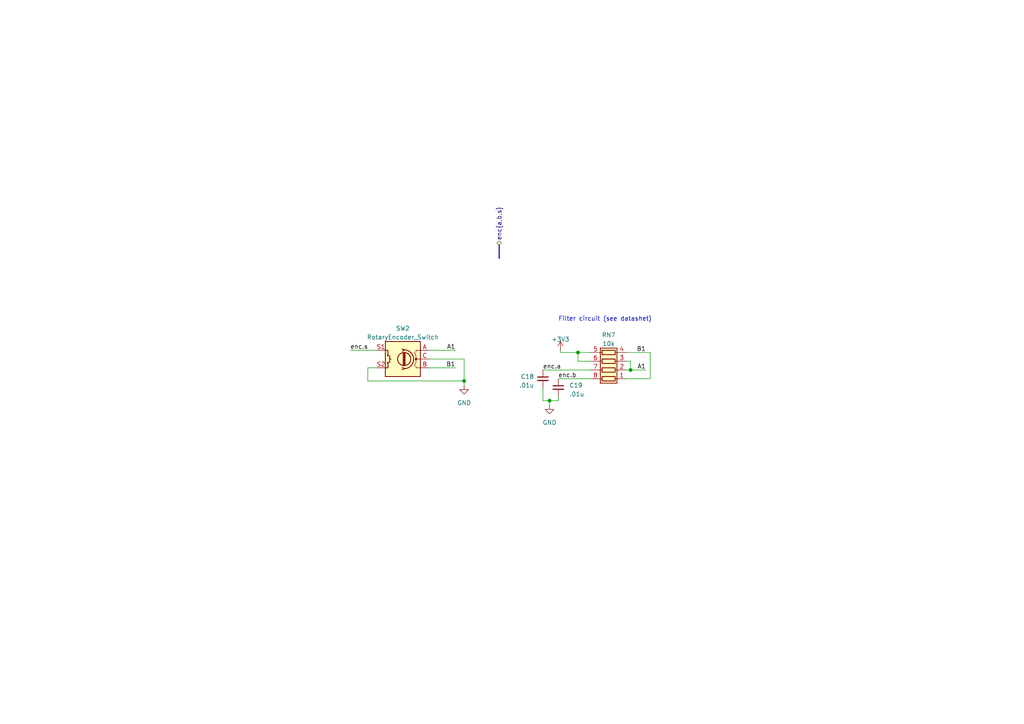
<source format=kicad_sch>
(kicad_sch (version 20230121) (generator eeschema)

  (uuid 77924643-d87a-4122-8d3e-03796909b822)

  (paper "A4")

  (lib_symbols
    (symbol "Device:C_Small" (pin_numbers hide) (pin_names (offset 0.254) hide) (in_bom yes) (on_board yes)
      (property "Reference" "C" (at 0.254 1.778 0)
        (effects (font (size 1.27 1.27)) (justify left))
      )
      (property "Value" "C_Small" (at 0.254 -2.032 0)
        (effects (font (size 1.27 1.27)) (justify left))
      )
      (property "Footprint" "" (at 0 0 0)
        (effects (font (size 1.27 1.27)) hide)
      )
      (property "Datasheet" "~" (at 0 0 0)
        (effects (font (size 1.27 1.27)) hide)
      )
      (property "ki_keywords" "capacitor cap" (at 0 0 0)
        (effects (font (size 1.27 1.27)) hide)
      )
      (property "ki_description" "Unpolarized capacitor, small symbol" (at 0 0 0)
        (effects (font (size 1.27 1.27)) hide)
      )
      (property "ki_fp_filters" "C_*" (at 0 0 0)
        (effects (font (size 1.27 1.27)) hide)
      )
      (symbol "C_Small_0_1"
        (polyline
          (pts
            (xy -1.524 -0.508)
            (xy 1.524 -0.508)
          )
          (stroke (width 0.3302) (type default))
          (fill (type none))
        )
        (polyline
          (pts
            (xy -1.524 0.508)
            (xy 1.524 0.508)
          )
          (stroke (width 0.3048) (type default))
          (fill (type none))
        )
      )
      (symbol "C_Small_1_1"
        (pin passive line (at 0 2.54 270) (length 2.032)
          (name "~" (effects (font (size 1.27 1.27))))
          (number "1" (effects (font (size 1.27 1.27))))
        )
        (pin passive line (at 0 -2.54 90) (length 2.032)
          (name "~" (effects (font (size 1.27 1.27))))
          (number "2" (effects (font (size 1.27 1.27))))
        )
      )
    )
    (symbol "Device:R_Pack04" (pin_names (offset 0) hide) (in_bom yes) (on_board yes)
      (property "Reference" "RN" (at -7.62 0 90)
        (effects (font (size 1.27 1.27)))
      )
      (property "Value" "R_Pack04" (at 5.08 0 90)
        (effects (font (size 1.27 1.27)))
      )
      (property "Footprint" "" (at 6.985 0 90)
        (effects (font (size 1.27 1.27)) hide)
      )
      (property "Datasheet" "~" (at 0 0 0)
        (effects (font (size 1.27 1.27)) hide)
      )
      (property "ki_keywords" "R network parallel topology isolated" (at 0 0 0)
        (effects (font (size 1.27 1.27)) hide)
      )
      (property "ki_description" "4 resistor network, parallel topology" (at 0 0 0)
        (effects (font (size 1.27 1.27)) hide)
      )
      (property "ki_fp_filters" "DIP* SOIC* R*Array*Concave* R*Array*Convex*" (at 0 0 0)
        (effects (font (size 1.27 1.27)) hide)
      )
      (symbol "R_Pack04_0_1"
        (rectangle (start -6.35 -2.413) (end 3.81 2.413)
          (stroke (width 0.254) (type default))
          (fill (type background))
        )
        (rectangle (start -5.715 1.905) (end -4.445 -1.905)
          (stroke (width 0.254) (type default))
          (fill (type none))
        )
        (rectangle (start -3.175 1.905) (end -1.905 -1.905)
          (stroke (width 0.254) (type default))
          (fill (type none))
        )
        (rectangle (start -0.635 1.905) (end 0.635 -1.905)
          (stroke (width 0.254) (type default))
          (fill (type none))
        )
        (polyline
          (pts
            (xy -5.08 -2.54)
            (xy -5.08 -1.905)
          )
          (stroke (width 0) (type default))
          (fill (type none))
        )
        (polyline
          (pts
            (xy -5.08 1.905)
            (xy -5.08 2.54)
          )
          (stroke (width 0) (type default))
          (fill (type none))
        )
        (polyline
          (pts
            (xy -2.54 -2.54)
            (xy -2.54 -1.905)
          )
          (stroke (width 0) (type default))
          (fill (type none))
        )
        (polyline
          (pts
            (xy -2.54 1.905)
            (xy -2.54 2.54)
          )
          (stroke (width 0) (type default))
          (fill (type none))
        )
        (polyline
          (pts
            (xy 0 -2.54)
            (xy 0 -1.905)
          )
          (stroke (width 0) (type default))
          (fill (type none))
        )
        (polyline
          (pts
            (xy 0 1.905)
            (xy 0 2.54)
          )
          (stroke (width 0) (type default))
          (fill (type none))
        )
        (polyline
          (pts
            (xy 2.54 -2.54)
            (xy 2.54 -1.905)
          )
          (stroke (width 0) (type default))
          (fill (type none))
        )
        (polyline
          (pts
            (xy 2.54 1.905)
            (xy 2.54 2.54)
          )
          (stroke (width 0) (type default))
          (fill (type none))
        )
        (rectangle (start 1.905 1.905) (end 3.175 -1.905)
          (stroke (width 0.254) (type default))
          (fill (type none))
        )
      )
      (symbol "R_Pack04_1_1"
        (pin passive line (at -5.08 -5.08 90) (length 2.54)
          (name "R1.1" (effects (font (size 1.27 1.27))))
          (number "1" (effects (font (size 1.27 1.27))))
        )
        (pin passive line (at -2.54 -5.08 90) (length 2.54)
          (name "R2.1" (effects (font (size 1.27 1.27))))
          (number "2" (effects (font (size 1.27 1.27))))
        )
        (pin passive line (at 0 -5.08 90) (length 2.54)
          (name "R3.1" (effects (font (size 1.27 1.27))))
          (number "3" (effects (font (size 1.27 1.27))))
        )
        (pin passive line (at 2.54 -5.08 90) (length 2.54)
          (name "R4.1" (effects (font (size 1.27 1.27))))
          (number "4" (effects (font (size 1.27 1.27))))
        )
        (pin passive line (at 2.54 5.08 270) (length 2.54)
          (name "R4.2" (effects (font (size 1.27 1.27))))
          (number "5" (effects (font (size 1.27 1.27))))
        )
        (pin passive line (at 0 5.08 270) (length 2.54)
          (name "R3.2" (effects (font (size 1.27 1.27))))
          (number "6" (effects (font (size 1.27 1.27))))
        )
        (pin passive line (at -2.54 5.08 270) (length 2.54)
          (name "R2.2" (effects (font (size 1.27 1.27))))
          (number "7" (effects (font (size 1.27 1.27))))
        )
        (pin passive line (at -5.08 5.08 270) (length 2.54)
          (name "R1.2" (effects (font (size 1.27 1.27))))
          (number "8" (effects (font (size 1.27 1.27))))
        )
      )
    )
    (symbol "assorted:RotaryEncoder_Switch_MountingPad" (pin_names (offset 0.254) hide) (in_bom yes) (on_board yes)
      (property "Reference" "SW2" (at 0 10.16 0)
        (effects (font (size 1.27 1.27)))
      )
      (property "Value" "RotaryEncoder_Switch" (at 0 7.62 0)
        (effects (font (size 1.27 1.27)))
      )
      (property "Footprint" "d-lev:PEC11S9215FS0015" (at 3.81 4.064 0)
        (effects (font (size 1.27 1.27)) hide)
      )
      (property "Datasheet" "https://www.mouser.com/datasheet/2/54/pec11s-953234.pdf" (at 0 6.604 0)
        (effects (font (size 1.27 1.27)) hide)
      )
      (property "ki_keywords" "rotary switch encoder switch push button" (at 0 0 0)
        (effects (font (size 1.27 1.27)) hide)
      )
      (property "ki_description" "Rotary encoder, dual channel, incremental quadrate outputs, with switch" (at 0 0 0)
        (effects (font (size 1.27 1.27)) hide)
      )
      (property "ki_fp_filters" "RotaryEncoder*Switch*" (at 0 0 0)
        (effects (font (size 1.27 1.27)) hide)
      )
      (symbol "RotaryEncoder_Switch_MountingPad_0_1"
        (rectangle (start -5.08 5.08) (end 5.08 -5.08)
          (stroke (width 0.254) (type default))
          (fill (type background))
        )
        (circle (center -3.81 0) (radius 0.254)
          (stroke (width 0) (type default))
          (fill (type outline))
        )
        (circle (center -0.381 0) (radius 1.905)
          (stroke (width 0.254) (type default))
          (fill (type none))
        )
        (arc (start -0.381 2.667) (mid -3.0988 -0.0635) (end -0.381 -2.794)
          (stroke (width 0.254) (type default))
          (fill (type none))
        )
        (polyline
          (pts
            (xy -0.635 -1.778)
            (xy -0.635 1.778)
          )
          (stroke (width 0.254) (type default))
          (fill (type none))
        )
        (polyline
          (pts
            (xy -0.381 -1.778)
            (xy -0.381 1.778)
          )
          (stroke (width 0.254) (type default))
          (fill (type none))
        )
        (polyline
          (pts
            (xy -0.127 1.778)
            (xy -0.127 -1.778)
          )
          (stroke (width 0.254) (type default))
          (fill (type none))
        )
        (polyline
          (pts
            (xy 3.81 0)
            (xy 3.429 0)
          )
          (stroke (width 0.254) (type default))
          (fill (type none))
        )
        (polyline
          (pts
            (xy 3.81 1.016)
            (xy 3.81 -1.016)
          )
          (stroke (width 0.254) (type default))
          (fill (type none))
        )
        (polyline
          (pts
            (xy -5.08 -2.54)
            (xy -3.81 -2.54)
            (xy -3.81 -2.032)
          )
          (stroke (width 0) (type default))
          (fill (type none))
        )
        (polyline
          (pts
            (xy -5.08 2.54)
            (xy -3.81 2.54)
            (xy -3.81 2.032)
          )
          (stroke (width 0) (type default))
          (fill (type none))
        )
        (polyline
          (pts
            (xy 0.254 -3.048)
            (xy -0.508 -2.794)
            (xy 0.127 -2.413)
          )
          (stroke (width 0.254) (type default))
          (fill (type none))
        )
        (polyline
          (pts
            (xy 0.254 2.921)
            (xy -0.508 2.667)
            (xy 0.127 2.286)
          )
          (stroke (width 0.254) (type default))
          (fill (type none))
        )
        (polyline
          (pts
            (xy 5.08 -2.54)
            (xy 4.318 -2.54)
            (xy 4.318 -1.016)
          )
          (stroke (width 0.254) (type default))
          (fill (type none))
        )
        (polyline
          (pts
            (xy 5.08 2.54)
            (xy 4.318 2.54)
            (xy 4.318 1.016)
          )
          (stroke (width 0.254) (type default))
          (fill (type none))
        )
        (polyline
          (pts
            (xy -5.08 0)
            (xy -3.81 0)
            (xy -3.81 -1.016)
            (xy -3.302 -2.032)
          )
          (stroke (width 0) (type default))
          (fill (type none))
        )
        (polyline
          (pts
            (xy -4.318 0)
            (xy -3.81 0)
            (xy -3.81 1.016)
            (xy -3.302 2.032)
          )
          (stroke (width 0) (type default))
          (fill (type none))
        )
        (circle (center 4.318 -1.016) (radius 0.127)
          (stroke (width 0.254) (type default))
          (fill (type none))
        )
        (circle (center 4.318 1.016) (radius 0.127)
          (stroke (width 0.254) (type default))
          (fill (type none))
        )
      )
      (symbol "RotaryEncoder_Switch_MountingPad_1_0"
        (pin no_connect line (at -1.905 -7.62 90) (length 2.54) hide
          (name "MP1" (effects (font (size 1.27 1.27))))
          (number "MP1" (effects (font (size 1.27 1.27))))
        )
        (pin no_connect line (at -0.635 -7.62 90) (length 2.54) hide
          (name "MP2" (effects (font (size 1.27 1.27))))
          (number "MP2" (effects (font (size 1.27 1.27))))
        )
        (pin no_connect line (at 0.635 -7.62 90) (length 2.54) hide
          (name "MP3" (effects (font (size 1.27 1.27))))
          (number "MP3" (effects (font (size 1.27 1.27))))
        )
        (pin no_connect line (at 1.905 -7.62 90) (length 2.54) hide
          (name "MP4" (effects (font (size 1.27 1.27))))
          (number "MP4" (effects (font (size 1.27 1.27))))
        )
        (pin no_connect line (at 3.175 -7.62 90) (length 2.54) hide
          (name "MP5" (effects (font (size 1.27 1.27))))
          (number "MP5" (effects (font (size 1.27 1.27))))
        )
        (pin no_connect line (at -3.175 -7.62 90) (length 2.54) hide
          (name "MP6" (effects (font (size 1.27 1.27))))
          (number "MP6" (effects (font (size 1.27 1.27))))
        )
      )
      (symbol "RotaryEncoder_Switch_MountingPad_1_1"
        (pin passive line (at -7.62 2.54 0) (length 2.54)
          (name "A" (effects (font (size 1.27 1.27))))
          (number "A" (effects (font (size 1.27 1.27))))
        )
        (pin passive line (at -7.62 -2.54 0) (length 2.54)
          (name "B" (effects (font (size 1.27 1.27))))
          (number "B" (effects (font (size 1.27 1.27))))
        )
        (pin passive line (at -7.62 0 0) (length 2.54)
          (name "C" (effects (font (size 1.27 1.27))))
          (number "C" (effects (font (size 1.27 1.27))))
        )
        (pin passive line (at 7.62 2.54 180) (length 2.54)
          (name "S1" (effects (font (size 1.27 1.27))))
          (number "S1" (effects (font (size 1.27 1.27))))
        )
        (pin passive line (at 7.62 -2.54 180) (length 2.54)
          (name "S2" (effects (font (size 1.27 1.27))))
          (number "S2" (effects (font (size 1.27 1.27))))
        )
      )
    )
    (symbol "power:+3V3" (power) (pin_names (offset 0)) (in_bom yes) (on_board yes)
      (property "Reference" "#PWR" (at 0 -3.81 0)
        (effects (font (size 1.27 1.27)) hide)
      )
      (property "Value" "+3V3" (at 0 3.556 0)
        (effects (font (size 1.27 1.27)))
      )
      (property "Footprint" "" (at 0 0 0)
        (effects (font (size 1.27 1.27)) hide)
      )
      (property "Datasheet" "" (at 0 0 0)
        (effects (font (size 1.27 1.27)) hide)
      )
      (property "ki_keywords" "global power" (at 0 0 0)
        (effects (font (size 1.27 1.27)) hide)
      )
      (property "ki_description" "Power symbol creates a global label with name \"+3V3\"" (at 0 0 0)
        (effects (font (size 1.27 1.27)) hide)
      )
      (symbol "+3V3_0_1"
        (polyline
          (pts
            (xy -0.762 1.27)
            (xy 0 2.54)
          )
          (stroke (width 0) (type default))
          (fill (type none))
        )
        (polyline
          (pts
            (xy 0 0)
            (xy 0 2.54)
          )
          (stroke (width 0) (type default))
          (fill (type none))
        )
        (polyline
          (pts
            (xy 0 2.54)
            (xy 0.762 1.27)
          )
          (stroke (width 0) (type default))
          (fill (type none))
        )
      )
      (symbol "+3V3_1_1"
        (pin power_in line (at 0 0 90) (length 0) hide
          (name "+3V3" (effects (font (size 1.27 1.27))))
          (number "1" (effects (font (size 1.27 1.27))))
        )
      )
    )
    (symbol "power:GND" (power) (pin_names (offset 0)) (in_bom yes) (on_board yes)
      (property "Reference" "#PWR" (at 0 -6.35 0)
        (effects (font (size 1.27 1.27)) hide)
      )
      (property "Value" "GND" (at 0 -3.81 0)
        (effects (font (size 1.27 1.27)))
      )
      (property "Footprint" "" (at 0 0 0)
        (effects (font (size 1.27 1.27)) hide)
      )
      (property "Datasheet" "" (at 0 0 0)
        (effects (font (size 1.27 1.27)) hide)
      )
      (property "ki_keywords" "global power" (at 0 0 0)
        (effects (font (size 1.27 1.27)) hide)
      )
      (property "ki_description" "Power symbol creates a global label with name \"GND\" , ground" (at 0 0 0)
        (effects (font (size 1.27 1.27)) hide)
      )
      (symbol "GND_0_1"
        (polyline
          (pts
            (xy 0 0)
            (xy 0 -1.27)
            (xy 1.27 -1.27)
            (xy 0 -2.54)
            (xy -1.27 -1.27)
            (xy 0 -1.27)
          )
          (stroke (width 0) (type default))
          (fill (type none))
        )
      )
      (symbol "GND_1_1"
        (pin power_in line (at 0 0 270) (length 0) hide
          (name "GND" (effects (font (size 1.27 1.27))))
          (number "1" (effects (font (size 1.27 1.27))))
        )
      )
    )
  )

  (junction (at 182.88 107.315) (diameter 0) (color 0 0 0 0)
    (uuid a15416ff-ee43-4289-bbd9-6fc2d8c92d33)
  )
  (junction (at 167.64 102.235) (diameter 0) (color 0 0 0 0)
    (uuid a383337a-3479-45f4-870d-1d0f7fefb55f)
  )
  (junction (at 159.385 116.205) (diameter 0) (color 0 0 0 0)
    (uuid c476b7d5-f237-4bd0-a72e-203065bd2d9a)
  )
  (junction (at 134.62 110.49) (diameter 0) (color 0 0 0 0)
    (uuid e7655adb-4ff7-479f-a1f7-59ae3dc98d6e)
  )

  (wire (pts (xy 124.46 104.14) (xy 134.62 104.14))
    (stroke (width 0) (type default))
    (uuid 05077cab-ca09-4317-a3b2-78547e760e32)
  )
  (wire (pts (xy 181.61 107.315) (xy 182.88 107.315))
    (stroke (width 0) (type default))
    (uuid 05d0e515-64b3-4ff9-9002-4486df6e6643)
  )
  (wire (pts (xy 161.925 109.855) (xy 171.45 109.855))
    (stroke (width 0) (type default))
    (uuid 1400bdaf-3498-4908-b6ec-c47040d8ba36)
  )
  (wire (pts (xy 182.88 107.315) (xy 187.325 107.315))
    (stroke (width 0) (type default))
    (uuid 15102153-74fc-49be-af3b-f84e380a65f1)
  )
  (bus (pts (xy 144.78 74.93) (xy 144.78 71.12))
    (stroke (width 0) (type default))
    (uuid 155f66ce-964a-43af-b860-f0541f04cf67)
  )

  (wire (pts (xy 157.48 112.395) (xy 157.48 116.205))
    (stroke (width 0) (type default))
    (uuid 2288086a-182d-4e8b-b06d-6bfecb0743bc)
  )
  (wire (pts (xy 162.56 102.235) (xy 167.64 102.235))
    (stroke (width 0) (type default))
    (uuid 2534d514-35a2-41bc-adff-aa649a35f2b6)
  )
  (wire (pts (xy 182.88 104.775) (xy 181.61 104.775))
    (stroke (width 0) (type default))
    (uuid 2a8c3778-bfb8-47fe-b4f0-8e29fb37bd46)
  )
  (wire (pts (xy 167.64 102.235) (xy 167.64 104.775))
    (stroke (width 0) (type default))
    (uuid 44db20c9-cbf1-4c0d-8e5f-c08fa11fcbf7)
  )
  (wire (pts (xy 171.45 104.775) (xy 167.64 104.775))
    (stroke (width 0) (type default))
    (uuid 4bb9af69-5572-4cc6-9153-349f3dba0a31)
  )
  (wire (pts (xy 181.61 102.235) (xy 188.595 102.235))
    (stroke (width 0) (type default))
    (uuid 597d8443-ecfd-465a-a12b-e3d31ef175d0)
  )
  (wire (pts (xy 159.385 117.475) (xy 159.385 116.205))
    (stroke (width 0) (type default))
    (uuid 65e2fdd2-6bf7-4b5d-9e41-87d9b0855a9d)
  )
  (wire (pts (xy 124.46 101.6) (xy 132.08 101.6))
    (stroke (width 0) (type default))
    (uuid 69099dfb-ec03-4ed7-b300-a9170aa219b7)
  )
  (wire (pts (xy 106.68 110.49) (xy 134.62 110.49))
    (stroke (width 0) (type default))
    (uuid 6d64319d-4876-49b4-b388-b559b7cf31aa)
  )
  (wire (pts (xy 134.62 110.49) (xy 134.62 111.76))
    (stroke (width 0) (type default))
    (uuid 769fe0b6-d175-4316-8944-44a23797702c)
  )
  (wire (pts (xy 167.64 102.235) (xy 171.45 102.235))
    (stroke (width 0) (type default))
    (uuid 817d1167-d722-440a-bec2-4f285f0d2b62)
  )
  (wire (pts (xy 157.48 116.205) (xy 159.385 116.205))
    (stroke (width 0) (type default))
    (uuid 9089d696-f14f-4da6-a3f7-e2395d867546)
  )
  (wire (pts (xy 161.925 116.205) (xy 161.925 114.935))
    (stroke (width 0) (type default))
    (uuid 9ce64bf7-a4e3-4eca-891f-ad71f11d56ed)
  )
  (wire (pts (xy 162.56 101.6) (xy 162.56 102.235))
    (stroke (width 0) (type default))
    (uuid a9390e69-a23c-4633-9317-5c2e0b58a6db)
  )
  (wire (pts (xy 124.46 106.68) (xy 132.08 106.68))
    (stroke (width 0) (type default))
    (uuid c4c50f2b-028b-4a53-8d19-bf89ae296e4c)
  )
  (wire (pts (xy 134.62 104.14) (xy 134.62 110.49))
    (stroke (width 0) (type default))
    (uuid c737366e-de19-4cee-9e04-c78f6e3982bf)
  )
  (wire (pts (xy 109.22 106.68) (xy 106.68 106.68))
    (stroke (width 0) (type default))
    (uuid d00d6308-00da-4bac-bb3f-b7e338eae069)
  )
  (wire (pts (xy 159.385 116.205) (xy 161.925 116.205))
    (stroke (width 0) (type default))
    (uuid d4ccea3d-95d5-4c6e-adf8-94c731d44877)
  )
  (wire (pts (xy 182.88 107.315) (xy 182.88 104.775))
    (stroke (width 0) (type default))
    (uuid dd3fc1dd-7ee0-4ba7-acfe-6b7e3d3839c2)
  )
  (wire (pts (xy 157.48 107.315) (xy 171.45 107.315))
    (stroke (width 0) (type default))
    (uuid def7862a-ac3b-425b-81a8-2c204b6f48a5)
  )
  (wire (pts (xy 101.6 101.6) (xy 109.22 101.6))
    (stroke (width 0) (type default))
    (uuid e0a660e9-528b-40d5-a247-7a259c300ed3)
  )
  (wire (pts (xy 106.68 106.68) (xy 106.68 110.49))
    (stroke (width 0) (type default))
    (uuid e263bf42-a02d-4d63-b311-95a34157c7a0)
  )
  (wire (pts (xy 188.595 109.855) (xy 188.595 102.235))
    (stroke (width 0) (type default))
    (uuid ece55137-329c-4de6-ab03-4e522b346050)
  )
  (wire (pts (xy 181.61 109.855) (xy 188.595 109.855))
    (stroke (width 0) (type default))
    (uuid f0f897bb-8f12-44f6-b482-0ce77972f35f)
  )

  (text "Filter circuit (see datashet)" (at 161.925 93.345 0)
    (effects (font (size 1.27 1.27)) (justify left bottom))
    (uuid 0d76066a-6ca6-4e89-af52-7b50698d46d8)
  )

  (label "B1" (at 187.325 102.235 180) (fields_autoplaced)
    (effects (font (size 1.27 1.27)) (justify right bottom))
    (uuid 5facb4f6-be2c-41ac-9d99-f99e05bb9762)
  )
  (label "A1" (at 187.325 107.315 180) (fields_autoplaced)
    (effects (font (size 1.27 1.27)) (justify right bottom))
    (uuid 6d0e20cb-5501-4718-b20a-6cf7b56fb045)
  )
  (label "A1" (at 132.08 101.6 180) (fields_autoplaced)
    (effects (font (size 1.27 1.27)) (justify right bottom))
    (uuid 98b13207-022a-4f0e-846d-4e0db0639b53)
  )
  (label "B1" (at 132.08 106.68 180) (fields_autoplaced)
    (effects (font (size 1.27 1.27)) (justify right bottom))
    (uuid 9c1d242c-b5f9-4c90-937e-3ce2891b26d7)
  )
  (label "enc.s" (at 101.6 101.6 0) (fields_autoplaced)
    (effects (font (size 1.27 1.27)) (justify left bottom))
    (uuid d70d8dd9-8ede-40f5-9b03-96152bde79c0)
  )
  (label "enc.b" (at 161.925 109.855 0) (fields_autoplaced)
    (effects (font (size 1.27 1.27)) (justify left bottom))
    (uuid ebf4326d-4b7d-425c-9e4b-0269add49109)
  )
  (label "enc.a" (at 157.48 107.315 0) (fields_autoplaced)
    (effects (font (size 1.27 1.27)) (justify left bottom))
    (uuid f13992c8-531f-4215-8fff-e0cd32d59ab9)
  )

  (hierarchical_label "enc{a,b,s}" (shape bidirectional) (at 144.78 71.12 90) (fields_autoplaced)
    (effects (font (size 1.27 1.27)) (justify left))
    (uuid 19efb975-a945-4e51-a3ce-020bfaf4b090)
  )

  (symbol (lib_id "power:+3V3") (at 162.56 101.6 0) (mirror y) (unit 1)
    (in_bom yes) (on_board yes) (dnp no) (fields_autoplaced)
    (uuid 2c051edd-cec8-4cae-907d-6969ce3dd827)
    (property "Reference" "#PWR069" (at 162.56 105.41 0)
      (effects (font (size 1.27 1.27)) hide)
    )
    (property "Value" "+3V3" (at 162.56 98.425 0)
      (effects (font (size 1.27 1.27)))
    )
    (property "Footprint" "" (at 162.56 101.6 0)
      (effects (font (size 1.27 1.27)) hide)
    )
    (property "Datasheet" "" (at 162.56 101.6 0)
      (effects (font (size 1.27 1.27)) hide)
    )
    (pin "1" (uuid 05fa5540-991f-4459-8b48-f3dbd2cbcc96))
    (instances
      (project "dlev-mini"
        (path "/eb5e8bfd-9871-4528-bf57-58851bf63907/cff6c4c6-3203-4cdb-bbe2-98a8d2d1dddc"
          (reference "#PWR069") (unit 1)
        )
        (path "/eb5e8bfd-9871-4528-bf57-58851bf63907/0349b78d-0ccc-461e-9db6-1e1bc7d0ccab"
          (reference "#PWR023") (unit 1)
        )
        (path "/eb5e8bfd-9871-4528-bf57-58851bf63907/9838bf98-d031-4cc3-a292-df93f66081f4"
          (reference "#PWR026") (unit 1)
        )
        (path "/eb5e8bfd-9871-4528-bf57-58851bf63907/ecc3d972-8081-426f-8ae3-c9695eae3f84"
          (reference "#PWR029") (unit 1)
        )
        (path "/eb5e8bfd-9871-4528-bf57-58851bf63907/15bc2a13-566b-404a-831d-584fbcfc8c8b"
          (reference "#PWR032") (unit 1)
        )
        (path "/eb5e8bfd-9871-4528-bf57-58851bf63907/010066a8-ac88-4d5d-a4fc-14579e6b5c08"
          (reference "#PWR066") (unit 1)
        )
        (path "/eb5e8bfd-9871-4528-bf57-58851bf63907/e62df110-b9e6-4d89-9c0c-e50e20fc8385"
          (reference "#PWR072") (unit 1)
        )
        (path "/eb5e8bfd-9871-4528-bf57-58851bf63907/896930f5-d9a7-4b6b-9e53-0b8ea5eb94db"
          (reference "#PWR035") (unit 1)
        )
      )
    )
  )

  (symbol (lib_id "Device:C_Small") (at 161.925 112.395 0) (unit 1)
    (in_bom yes) (on_board yes) (dnp no) (fields_autoplaced)
    (uuid 5632ccff-598f-4bb9-8ec8-8f1dfdd7f680)
    (property "Reference" "C19" (at 165.1 111.7663 0)
      (effects (font (size 1.27 1.27)) (justify left))
    )
    (property "Value" ".01u" (at 165.1 114.3063 0)
      (effects (font (size 1.27 1.27)) (justify left))
    )
    (property "Footprint" "Capacitor_SMD:C_0805_2012Metric_Pad1.18x1.45mm_HandSolder" (at 161.925 112.395 0)
      (effects (font (size 1.27 1.27)) hide)
    )
    (property "Datasheet" "~" (at 161.925 112.395 0)
      (effects (font (size 1.27 1.27)) hide)
    )
    (pin "1" (uuid 67b07785-9373-425e-8e78-a07d889d731c))
    (pin "2" (uuid e8a5e824-703f-4c7a-9458-8539544aff0b))
    (instances
      (project "dlev-mini"
        (path "/eb5e8bfd-9871-4528-bf57-58851bf63907/cff6c4c6-3203-4cdb-bbe2-98a8d2d1dddc"
          (reference "C19") (unit 1)
        )
        (path "/eb5e8bfd-9871-4528-bf57-58851bf63907/0349b78d-0ccc-461e-9db6-1e1bc7d0ccab"
          (reference "C2") (unit 1)
        )
        (path "/eb5e8bfd-9871-4528-bf57-58851bf63907/9838bf98-d031-4cc3-a292-df93f66081f4"
          (reference "C4") (unit 1)
        )
        (path "/eb5e8bfd-9871-4528-bf57-58851bf63907/ecc3d972-8081-426f-8ae3-c9695eae3f84"
          (reference "C6") (unit 1)
        )
        (path "/eb5e8bfd-9871-4528-bf57-58851bf63907/15bc2a13-566b-404a-831d-584fbcfc8c8b"
          (reference "C13") (unit 1)
        )
        (path "/eb5e8bfd-9871-4528-bf57-58851bf63907/010066a8-ac88-4d5d-a4fc-14579e6b5c08"
          (reference "C17") (unit 1)
        )
        (path "/eb5e8bfd-9871-4528-bf57-58851bf63907/e62df110-b9e6-4d89-9c0c-e50e20fc8385"
          (reference "C21") (unit 1)
        )
        (path "/eb5e8bfd-9871-4528-bf57-58851bf63907/896930f5-d9a7-4b6b-9e53-0b8ea5eb94db"
          (reference "C15") (unit 1)
        )
      )
    )
  )

  (symbol (lib_id "power:GND") (at 134.62 111.76 0) (unit 1)
    (in_bom yes) (on_board yes) (dnp no) (fields_autoplaced)
    (uuid 696ec849-b6d0-47b3-8e40-6cb4e715d9b3)
    (property "Reference" "#PWR067" (at 134.62 118.11 0)
      (effects (font (size 1.27 1.27)) hide)
    )
    (property "Value" "GND" (at 134.62 116.84 0)
      (effects (font (size 1.27 1.27)))
    )
    (property "Footprint" "" (at 134.62 111.76 0)
      (effects (font (size 1.27 1.27)) hide)
    )
    (property "Datasheet" "" (at 134.62 111.76 0)
      (effects (font (size 1.27 1.27)) hide)
    )
    (pin "1" (uuid c6760f22-b132-4472-85f0-f5283430ce2e))
    (instances
      (project "dlev-mini"
        (path "/eb5e8bfd-9871-4528-bf57-58851bf63907/cff6c4c6-3203-4cdb-bbe2-98a8d2d1dddc"
          (reference "#PWR067") (unit 1)
        )
        (path "/eb5e8bfd-9871-4528-bf57-58851bf63907/0349b78d-0ccc-461e-9db6-1e1bc7d0ccab"
          (reference "#PWR021") (unit 1)
        )
        (path "/eb5e8bfd-9871-4528-bf57-58851bf63907/9838bf98-d031-4cc3-a292-df93f66081f4"
          (reference "#PWR024") (unit 1)
        )
        (path "/eb5e8bfd-9871-4528-bf57-58851bf63907/ecc3d972-8081-426f-8ae3-c9695eae3f84"
          (reference "#PWR027") (unit 1)
        )
        (path "/eb5e8bfd-9871-4528-bf57-58851bf63907/15bc2a13-566b-404a-831d-584fbcfc8c8b"
          (reference "#PWR030") (unit 1)
        )
        (path "/eb5e8bfd-9871-4528-bf57-58851bf63907/010066a8-ac88-4d5d-a4fc-14579e6b5c08"
          (reference "#PWR036") (unit 1)
        )
        (path "/eb5e8bfd-9871-4528-bf57-58851bf63907/e62df110-b9e6-4d89-9c0c-e50e20fc8385"
          (reference "#PWR070") (unit 1)
        )
        (path "/eb5e8bfd-9871-4528-bf57-58851bf63907/896930f5-d9a7-4b6b-9e53-0b8ea5eb94db"
          (reference "#PWR033") (unit 1)
        )
      )
    )
  )

  (symbol (lib_id "assorted:RotaryEncoder_Switch_MountingPad") (at 116.84 104.14 0) (mirror y) (unit 1)
    (in_bom yes) (on_board yes) (dnp no) (fields_autoplaced)
    (uuid 792b6b56-0a8c-4596-9ed4-1d3ee8f86812)
    (property "Reference" "SW2" (at 116.84 95.25 0)
      (effects (font (size 1.27 1.27)))
    )
    (property "Value" "RotaryEncoder_Switch" (at 116.84 97.79 0)
      (effects (font (size 1.27 1.27)))
    )
    (property "Footprint" "d-lev:PEC11S-929K" (at 113.03 100.076 0)
      (effects (font (size 1.27 1.27)) hide)
    )
    (property "Datasheet" "https://www.mouser.com/datasheet/2/54/pec11s-953234.pdf" (at 116.84 97.536 0)
      (effects (font (size 1.27 1.27)) hide)
    )
    (pin "MP1" (uuid 253c8a15-e496-48bb-b270-ebcd77089cf3))
    (pin "MP2" (uuid 2a123fdc-44da-44b7-bced-9e3f359c3b55))
    (pin "MP3" (uuid 9e1df313-04f3-40d2-ab90-8a88f3f223d0))
    (pin "MP4" (uuid 64a589f1-2721-4f3f-8722-ca429e45d155))
    (pin "MP5" (uuid 969fba6b-b0f3-4b8a-8835-71fe391439c1))
    (pin "MP6" (uuid 7720991e-234c-48fe-83ce-56f1d40902a7))
    (pin "A" (uuid c24bfebc-f74f-4150-8f4e-7fc115de81e9))
    (pin "B" (uuid a55a8702-8331-4e79-ae2d-67c9eb242f53))
    (pin "C" (uuid 7430f10a-9bb1-485c-a599-b67f478d6776))
    (pin "S1" (uuid 9b930196-4f60-4242-88a5-7ab42942820e))
    (pin "S2" (uuid 2b8ea8f0-a29c-4c4c-9f6d-6a241ee5f097))
    (instances
      (project "dlev-mini"
        (path "/eb5e8bfd-9871-4528-bf57-58851bf63907/cff6c4c6-3203-4cdb-bbe2-98a8d2d1dddc"
          (reference "SW2") (unit 1)
        )
        (path "/eb5e8bfd-9871-4528-bf57-58851bf63907/0349b78d-0ccc-461e-9db6-1e1bc7d0ccab"
          (reference "SW1") (unit 1)
        )
        (path "/eb5e8bfd-9871-4528-bf57-58851bf63907/9838bf98-d031-4cc3-a292-df93f66081f4"
          (reference "SW3") (unit 1)
        )
        (path "/eb5e8bfd-9871-4528-bf57-58851bf63907/ecc3d972-8081-426f-8ae3-c9695eae3f84"
          (reference "SW4") (unit 1)
        )
        (path "/eb5e8bfd-9871-4528-bf57-58851bf63907/15bc2a13-566b-404a-831d-584fbcfc8c8b"
          (reference "SW5") (unit 1)
        )
        (path "/eb5e8bfd-9871-4528-bf57-58851bf63907/010066a8-ac88-4d5d-a4fc-14579e6b5c08"
          (reference "SW7") (unit 1)
        )
        (path "/eb5e8bfd-9871-4528-bf57-58851bf63907/e62df110-b9e6-4d89-9c0c-e50e20fc8385"
          (reference "SW8") (unit 1)
        )
        (path "/eb5e8bfd-9871-4528-bf57-58851bf63907/896930f5-d9a7-4b6b-9e53-0b8ea5eb94db"
          (reference "SW6") (unit 1)
        )
      )
    )
  )

  (symbol (lib_id "Device:C_Small") (at 157.48 109.855 0) (unit 1)
    (in_bom yes) (on_board yes) (dnp no) (fields_autoplaced)
    (uuid 8ef0fe5a-cc2f-4859-bdd7-7804e8a0ea6b)
    (property "Reference" "C18" (at 154.94 109.2263 0)
      (effects (font (size 1.27 1.27)) (justify right))
    )
    (property "Value" ".01u" (at 154.94 111.7663 0)
      (effects (font (size 1.27 1.27)) (justify right))
    )
    (property "Footprint" "Capacitor_SMD:C_0805_2012Metric_Pad1.18x1.45mm_HandSolder" (at 157.48 109.855 0)
      (effects (font (size 1.27 1.27)) hide)
    )
    (property "Datasheet" "~" (at 157.48 109.855 0)
      (effects (font (size 1.27 1.27)) hide)
    )
    (pin "1" (uuid 9d3501f8-0e79-41c6-91ff-b95544286039))
    (pin "2" (uuid bddec0d6-b421-4633-bbf7-5c123095bf58))
    (instances
      (project "dlev-mini"
        (path "/eb5e8bfd-9871-4528-bf57-58851bf63907/cff6c4c6-3203-4cdb-bbe2-98a8d2d1dddc"
          (reference "C18") (unit 1)
        )
        (path "/eb5e8bfd-9871-4528-bf57-58851bf63907/0349b78d-0ccc-461e-9db6-1e1bc7d0ccab"
          (reference "C1") (unit 1)
        )
        (path "/eb5e8bfd-9871-4528-bf57-58851bf63907/9838bf98-d031-4cc3-a292-df93f66081f4"
          (reference "C3") (unit 1)
        )
        (path "/eb5e8bfd-9871-4528-bf57-58851bf63907/ecc3d972-8081-426f-8ae3-c9695eae3f84"
          (reference "C5") (unit 1)
        )
        (path "/eb5e8bfd-9871-4528-bf57-58851bf63907/15bc2a13-566b-404a-831d-584fbcfc8c8b"
          (reference "C12") (unit 1)
        )
        (path "/eb5e8bfd-9871-4528-bf57-58851bf63907/010066a8-ac88-4d5d-a4fc-14579e6b5c08"
          (reference "C16") (unit 1)
        )
        (path "/eb5e8bfd-9871-4528-bf57-58851bf63907/e62df110-b9e6-4d89-9c0c-e50e20fc8385"
          (reference "C20") (unit 1)
        )
        (path "/eb5e8bfd-9871-4528-bf57-58851bf63907/896930f5-d9a7-4b6b-9e53-0b8ea5eb94db"
          (reference "C14") (unit 1)
        )
      )
    )
  )

  (symbol (lib_id "Device:R_Pack04") (at 176.53 104.775 90) (unit 1)
    (in_bom yes) (on_board yes) (dnp no) (fields_autoplaced)
    (uuid f2c7cc9b-1277-4ea9-9373-3a9721e8a3ed)
    (property "Reference" "RN7" (at 176.53 97.155 90)
      (effects (font (size 1.27 1.27)))
    )
    (property "Value" "10k" (at 176.53 99.695 90)
      (effects (font (size 1.27 1.27)))
    )
    (property "Footprint" "Resistor_SMD:R_Array_Concave_4x0603" (at 176.53 97.79 90)
      (effects (font (size 1.27 1.27)) hide)
    )
    (property "Datasheet" "~" (at 176.53 104.775 0)
      (effects (font (size 1.27 1.27)) hide)
    )
    (pin "1" (uuid a14a385c-0100-490b-8788-046c7bafe10e))
    (pin "2" (uuid 6218c2b8-17ea-47f2-9f60-d982971bc89c))
    (pin "3" (uuid 9e70bdc4-ffbe-4a51-b925-624fff4ac2cb))
    (pin "4" (uuid 021f25ba-b12f-41d5-8b4e-4c2d6cd1e377))
    (pin "5" (uuid 74c7027e-8208-4a62-8d94-b807f2643d4f))
    (pin "6" (uuid c33b81b0-e89a-492a-83bf-6572a0e3f8a2))
    (pin "7" (uuid 17404629-d75e-470c-ab6e-9d5ea04611de))
    (pin "8" (uuid b08c9ca6-b67f-43fa-82ec-3d680ad40be6))
    (instances
      (project "dlev-mini"
        (path "/eb5e8bfd-9871-4528-bf57-58851bf63907/cff6c4c6-3203-4cdb-bbe2-98a8d2d1dddc"
          (reference "RN7") (unit 1)
        )
        (path "/eb5e8bfd-9871-4528-bf57-58851bf63907/0349b78d-0ccc-461e-9db6-1e1bc7d0ccab"
          (reference "RN1") (unit 1)
        )
        (path "/eb5e8bfd-9871-4528-bf57-58851bf63907/9838bf98-d031-4cc3-a292-df93f66081f4"
          (reference "RN2") (unit 1)
        )
        (path "/eb5e8bfd-9871-4528-bf57-58851bf63907/ecc3d972-8081-426f-8ae3-c9695eae3f84"
          (reference "RN3") (unit 1)
        )
        (path "/eb5e8bfd-9871-4528-bf57-58851bf63907/15bc2a13-566b-404a-831d-584fbcfc8c8b"
          (reference "RN4") (unit 1)
        )
        (path "/eb5e8bfd-9871-4528-bf57-58851bf63907/010066a8-ac88-4d5d-a4fc-14579e6b5c08"
          (reference "RN6") (unit 1)
        )
        (path "/eb5e8bfd-9871-4528-bf57-58851bf63907/e62df110-b9e6-4d89-9c0c-e50e20fc8385"
          (reference "RN8") (unit 1)
        )
        (path "/eb5e8bfd-9871-4528-bf57-58851bf63907/896930f5-d9a7-4b6b-9e53-0b8ea5eb94db"
          (reference "RN5") (unit 1)
        )
      )
    )
  )

  (symbol (lib_id "power:GND") (at 159.385 117.475 0) (unit 1)
    (in_bom yes) (on_board yes) (dnp no) (fields_autoplaced)
    (uuid f742b1a4-85ee-42b1-b324-649f495ffce2)
    (property "Reference" "#PWR068" (at 159.385 123.825 0)
      (effects (font (size 1.27 1.27)) hide)
    )
    (property "Value" "GND" (at 159.385 122.555 0)
      (effects (font (size 1.27 1.27)))
    )
    (property "Footprint" "" (at 159.385 117.475 0)
      (effects (font (size 1.27 1.27)) hide)
    )
    (property "Datasheet" "" (at 159.385 117.475 0)
      (effects (font (size 1.27 1.27)) hide)
    )
    (pin "1" (uuid b5e1945c-5891-4c89-b2cc-70bc88fc517d))
    (instances
      (project "dlev-mini"
        (path "/eb5e8bfd-9871-4528-bf57-58851bf63907/cff6c4c6-3203-4cdb-bbe2-98a8d2d1dddc"
          (reference "#PWR068") (unit 1)
        )
        (path "/eb5e8bfd-9871-4528-bf57-58851bf63907/0349b78d-0ccc-461e-9db6-1e1bc7d0ccab"
          (reference "#PWR022") (unit 1)
        )
        (path "/eb5e8bfd-9871-4528-bf57-58851bf63907/9838bf98-d031-4cc3-a292-df93f66081f4"
          (reference "#PWR025") (unit 1)
        )
        (path "/eb5e8bfd-9871-4528-bf57-58851bf63907/ecc3d972-8081-426f-8ae3-c9695eae3f84"
          (reference "#PWR028") (unit 1)
        )
        (path "/eb5e8bfd-9871-4528-bf57-58851bf63907/15bc2a13-566b-404a-831d-584fbcfc8c8b"
          (reference "#PWR031") (unit 1)
        )
        (path "/eb5e8bfd-9871-4528-bf57-58851bf63907/010066a8-ac88-4d5d-a4fc-14579e6b5c08"
          (reference "#PWR037") (unit 1)
        )
        (path "/eb5e8bfd-9871-4528-bf57-58851bf63907/e62df110-b9e6-4d89-9c0c-e50e20fc8385"
          (reference "#PWR071") (unit 1)
        )
        (path "/eb5e8bfd-9871-4528-bf57-58851bf63907/896930f5-d9a7-4b6b-9e53-0b8ea5eb94db"
          (reference "#PWR034") (unit 1)
        )
      )
    )
  )
)

</source>
